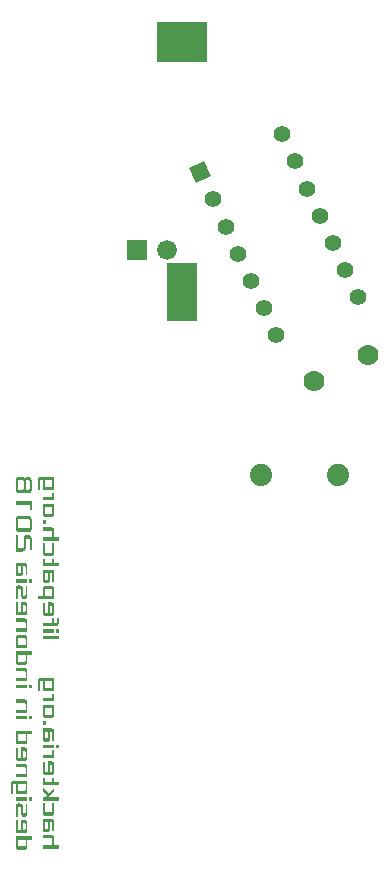
<source format=gbl>
G04 ---------------------------- Layer name :BOTTOM LAYER*
G04 easyEDA 0.1*
G04 Scale: 100 percent, Rotated: No, Reflected: No *
G04 Dimensions in inches *
G04 leading zeros omitted , absolute positions ,2 integer and 4 * 
%FSLAX24Y24*%
%MOIN*%
G90*
G70D02*

%ADD10C,0.010000*%
%ADD12R,0.165354X0.137795*%
%ADD13R,0.098425X0.196850*%
%ADD14C,0.078740*%
%ADD16R,0.066000X0.066000*%
%ADD17C,0.066000*%
%ADD19C,0.070000*%
%ADD22C,0.055000*%
%ADD24C,0.074000*%

%LPD*%
G54D10*
G01X6319Y31650D02*
G01X6319Y31650D01*
G01X6319Y23400D02*
G01X6319Y23400D01*

%LPD*%
G36*
G01X2195Y11684D02*
G01X1667Y11684D01*
G01X1667Y11796D01*
G01X2195Y11796D01*
G01X2195Y11684D01*
G37*
G36*
G01X2051Y11900D02*
G01X1667Y11900D01*
G01X1667Y12011D01*
G01X2051Y12011D01*
G01X2051Y11900D01*
G37*
G36*
G01X2195Y11900D02*
G01X2115Y11900D01*
G01X2115Y12011D01*
G01X2195Y12011D01*
G01X2195Y11900D01*
G37*
G36*
G01X2107Y12115D02*
G01X1667Y12115D01*
G01X1667Y12228D01*
G01X1991Y12228D01*
G01X1991Y12380D01*
G01X2051Y12380D01*
G01X2051Y12228D01*
G01X2115Y12228D01*
G01X2115Y12228D01*
G01X2124Y12229D01*
G01X2130Y12234D01*
G01X2134Y12243D01*
G01X2135Y12255D01*
G01X2135Y12380D01*
G01X2195Y12380D01*
G01X2195Y12236D01*
G01X2195Y12236D01*
G01X2194Y12209D01*
G01X2190Y12185D01*
G01X2183Y12164D01*
G01X2174Y12147D01*
G01X2162Y12133D01*
G01X2147Y12124D01*
G01X2128Y12118D01*
G01X2107Y12115D01*
G37*
G36*
G01X1963Y12459D02*
G01X1755Y12459D01*
G01X1755Y12459D01*
G01X1734Y12462D01*
G01X1716Y12468D01*
G01X1701Y12477D01*
G01X1689Y12491D01*
G01X1680Y12508D01*
G01X1673Y12529D01*
G01X1669Y12553D01*
G01X1667Y12580D01*
G01X1667Y12892D01*
G01X1727Y12892D01*
G01X1727Y12600D01*
G01X1727Y12600D01*
G01X1729Y12587D01*
G01X1733Y12578D01*
G01X1739Y12573D01*
G01X1747Y12571D01*
G01X1847Y12571D01*
G01X1847Y12907D01*
G01X1963Y12907D01*
G01X1963Y12907D01*
G01X1984Y12905D01*
G01X2003Y12899D01*
G01X2018Y12890D01*
G01X2030Y12876D01*
G01X2039Y12859D01*
G01X2046Y12838D01*
G01X2050Y12814D01*
G01X2051Y12788D01*
G01X2051Y12580D01*
G01X2051Y12580D01*
G01X2050Y12553D01*
G01X2046Y12529D01*
G01X2039Y12508D01*
G01X2030Y12491D01*
G01X2018Y12477D01*
G01X2003Y12468D01*
G01X1984Y12462D01*
G01X1963Y12459D01*
G37*
G36*
G01X2051Y13011D02*
G01X1499Y13011D01*
G01X1499Y13123D01*
G01X1667Y13123D01*
G01X1667Y13340D01*
G01X1667Y13340D01*
G01X1669Y13366D01*
G01X1673Y13390D01*
G01X1680Y13411D01*
G01X1689Y13428D01*
G01X1701Y13442D01*
G01X1716Y13451D01*
G01X1734Y13457D01*
G01X1755Y13459D01*
G01X1963Y13459D01*
G01X1963Y13459D01*
G01X1984Y13457D01*
G01X2003Y13451D01*
G01X2018Y13442D01*
G01X2030Y13428D01*
G01X2039Y13411D01*
G01X2046Y13390D01*
G01X2050Y13366D01*
G01X2051Y13340D01*
G01X2051Y13011D01*
G37*
G36*
G01X1819Y13555D02*
G01X1755Y13555D01*
G01X1755Y13555D01*
G01X1734Y13558D01*
G01X1716Y13564D01*
G01X1701Y13573D01*
G01X1689Y13587D01*
G01X1680Y13604D01*
G01X1673Y13625D01*
G01X1669Y13649D01*
G01X1667Y13676D01*
G01X1667Y14003D01*
G01X1963Y14003D01*
G01X1963Y14003D01*
G01X1984Y14001D01*
G01X2003Y13995D01*
G01X2018Y13986D01*
G01X2030Y13972D01*
G01X2039Y13955D01*
G01X2046Y13934D01*
G01X2050Y13910D01*
G01X2051Y13884D01*
G01X2051Y13588D01*
G01X1991Y13588D01*
G01X1991Y13863D01*
G01X1991Y13863D01*
G01X1990Y13876D01*
G01X1986Y13885D01*
G01X1980Y13890D01*
G01X1971Y13892D01*
G01X1907Y13892D01*
G01X1907Y13676D01*
G01X1907Y13676D01*
G01X1906Y13649D01*
G01X1902Y13625D01*
G01X1895Y13604D01*
G01X1886Y13587D01*
G01X1874Y13573D01*
G01X1859Y13564D01*
G01X1840Y13558D01*
G01X1819Y13555D01*
G37*
G36*
G01X2195Y14107D02*
G01X1755Y14107D01*
G01X1755Y14107D01*
G01X1734Y14110D01*
G01X1716Y14116D01*
G01X1701Y14125D01*
G01X1689Y14139D01*
G01X1680Y14156D01*
G01X1673Y14177D01*
G01X1669Y14201D01*
G01X1667Y14228D01*
G01X1667Y14371D01*
G01X1727Y14371D01*
G01X1727Y14248D01*
G01X1727Y14248D01*
G01X1729Y14235D01*
G01X1733Y14226D01*
G01X1739Y14221D01*
G01X1747Y14219D01*
G01X1991Y14219D01*
G01X1991Y14371D01*
G01X2051Y14371D01*
G01X2051Y14219D01*
G01X2195Y14219D01*
G01X2195Y14107D01*
G37*
G36*
G01X1963Y14459D02*
G01X1755Y14459D01*
G01X1755Y14459D01*
G01X1734Y14462D01*
G01X1716Y14468D01*
G01X1701Y14477D01*
G01X1689Y14491D01*
G01X1680Y14508D01*
G01X1673Y14529D01*
G01X1669Y14553D01*
G01X1667Y14580D01*
G01X1667Y14876D01*
G01X1727Y14876D01*
G01X1727Y14600D01*
G01X1727Y14600D01*
G01X1729Y14587D01*
G01X1733Y14578D01*
G01X1739Y14573D01*
G01X1747Y14571D01*
G01X1971Y14571D01*
G01X1971Y14571D01*
G01X1980Y14573D01*
G01X1986Y14578D01*
G01X1990Y14587D01*
G01X1991Y14600D01*
G01X1991Y14876D01*
G01X2051Y14876D01*
G01X2051Y14580D01*
G01X2051Y14580D01*
G01X2050Y14553D01*
G01X2046Y14529D01*
G01X2039Y14508D01*
G01X2030Y14491D01*
G01X2018Y14477D01*
G01X2003Y14468D01*
G01X1984Y14462D01*
G01X1963Y14459D01*
G37*
G36*
G01X2195Y14963D02*
G01X1667Y14963D01*
G01X1667Y15076D01*
G01X1991Y15076D01*
G01X1991Y15271D01*
G01X1991Y15271D01*
G01X1990Y15284D01*
G01X1986Y15293D01*
G01X1980Y15298D01*
G01X1971Y15300D01*
G01X1667Y15300D01*
G01X1667Y15411D01*
G01X1963Y15411D01*
G01X1963Y15411D01*
G01X1984Y15409D01*
G01X2003Y15403D01*
G01X2018Y15394D01*
G01X2030Y15380D01*
G01X2039Y15363D01*
G01X2046Y15342D01*
G01X2050Y15318D01*
G01X2051Y15292D01*
G01X2051Y15076D01*
G01X2195Y15076D01*
G01X2195Y14963D01*
G37*
G36*
G01X1763Y15523D02*
G01X1667Y15523D01*
G01X1667Y15644D01*
G01X1763Y15644D01*
G01X1763Y15523D01*
G37*
G36*
G01X1963Y15755D02*
G01X1755Y15755D01*
G01X1755Y15755D01*
G01X1734Y15758D01*
G01X1716Y15764D01*
G01X1701Y15773D01*
G01X1689Y15787D01*
G01X1680Y15804D01*
G01X1673Y15825D01*
G01X1669Y15849D01*
G01X1667Y15876D01*
G01X1667Y16084D01*
G01X1667Y16084D01*
G01X1669Y16110D01*
G01X1673Y16134D01*
G01X1680Y16155D01*
G01X1689Y16172D01*
G01X1701Y16186D01*
G01X1716Y16195D01*
G01X1734Y16201D01*
G01X1755Y16203D01*
G01X1963Y16203D01*
G01X1963Y16203D01*
G01X1984Y16201D01*
G01X2003Y16195D01*
G01X2018Y16186D01*
G01X2030Y16172D01*
G01X2039Y16155D01*
G01X2046Y16134D01*
G01X2050Y16110D01*
G01X2051Y16084D01*
G01X2051Y15876D01*
G01X2051Y15876D01*
G01X2050Y15849D01*
G01X2046Y15825D01*
G01X2039Y15804D01*
G01X2030Y15787D01*
G01X2018Y15773D01*
G01X2003Y15764D01*
G01X1984Y15758D01*
G01X1963Y15755D01*
G37*
G36*
G01X1963Y16307D02*
G01X1667Y16307D01*
G01X1667Y16419D01*
G01X1971Y16419D01*
G01X1971Y16419D01*
G01X1980Y16421D01*
G01X1986Y16426D01*
G01X1990Y16435D01*
G01X1991Y16448D01*
G01X1991Y16571D01*
G01X2051Y16571D01*
G01X2051Y16428D01*
G01X2051Y16428D01*
G01X2050Y16401D01*
G01X2046Y16377D01*
G01X2039Y16356D01*
G01X2030Y16339D01*
G01X2018Y16325D01*
G01X2003Y16316D01*
G01X1984Y16310D01*
G01X1963Y16307D01*
G37*
G36*
G01X1963Y16652D02*
G01X1755Y16652D01*
G01X1755Y16652D01*
G01X1734Y16654D01*
G01X1716Y16660D01*
G01X1701Y16669D01*
G01X1689Y16683D01*
G01X1680Y16700D01*
G01X1673Y16721D01*
G01X1669Y16745D01*
G01X1667Y16771D01*
G01X1667Y16988D01*
G01X1587Y16988D01*
G01X1587Y16988D01*
G01X1575Y16985D01*
G01X1566Y16977D01*
G01X1561Y16966D01*
G01X1559Y16952D01*
G01X1559Y16667D01*
G01X1499Y16667D01*
G01X1499Y16980D01*
G01X1499Y16980D01*
G01X1501Y17006D01*
G01X1505Y17030D01*
G01X1512Y17051D01*
G01X1521Y17068D01*
G01X1533Y17082D01*
G01X1548Y17091D01*
G01X1566Y17097D01*
G01X1587Y17100D01*
G01X2051Y17100D01*
G01X2051Y16771D01*
G01X2051Y16771D01*
G01X2050Y16745D01*
G01X2046Y16721D01*
G01X2039Y16700D01*
G01X2030Y16683D01*
G01X2018Y16669D01*
G01X2003Y16660D01*
G01X1984Y16654D01*
G01X1963Y16652D01*
G37*

%LPC*%
G36*
G01X1907Y12796D02*
G01X1907Y12571D01*
G01X1971Y12571D01*
G01X1971Y12571D01*
G01X1980Y12573D01*
G01X1986Y12578D01*
G01X1990Y12587D01*
G01X1991Y12600D01*
G01X1991Y12767D01*
G01X1991Y12767D01*
G01X1990Y12780D01*
G01X1986Y12789D01*
G01X1980Y12794D01*
G01X1971Y12796D01*
G01X1907Y12796D01*
G37*
G36*
G01X1727Y13319D02*
G01X1727Y13123D01*
G01X1991Y13123D01*
G01X1991Y13319D01*
G01X1991Y13319D01*
G01X1990Y13332D01*
G01X1986Y13341D01*
G01X1980Y13346D01*
G01X1971Y13348D01*
G01X1747Y13348D01*
G01X1747Y13348D01*
G01X1739Y13346D01*
G01X1733Y13341D01*
G01X1729Y13332D01*
G01X1727Y13319D01*
G37*
G36*
G01X1747Y13667D02*
G01X1747Y13667D01*
G01X1827Y13667D01*
G01X1827Y13667D01*
G01X1836Y13669D01*
G01X1842Y13674D01*
G01X1846Y13683D01*
G01X1847Y13696D01*
G01X1847Y13892D01*
G01X1727Y13892D01*
G01X1727Y13696D01*
G01X1727Y13696D01*
G01X1729Y13683D01*
G01X1733Y13674D01*
G01X1739Y13669D01*
G01X1747Y13667D01*
G37*
G36*
G01X1747Y15867D02*
G01X1747Y15867D01*
G01X1971Y15867D01*
G01X1971Y15867D01*
G01X1980Y15869D01*
G01X1986Y15874D01*
G01X1990Y15883D01*
G01X1991Y15896D01*
G01X1991Y16063D01*
G01X1991Y16063D01*
G01X1990Y16076D01*
G01X1986Y16085D01*
G01X1980Y16090D01*
G01X1971Y16092D01*
G01X1747Y16092D01*
G01X1747Y16092D01*
G01X1739Y16090D01*
G01X1733Y16085D01*
G01X1729Y16076D01*
G01X1727Y16063D01*
G01X1727Y15896D01*
G01X1727Y15896D01*
G01X1729Y15883D01*
G01X1733Y15874D01*
G01X1739Y15869D01*
G01X1747Y15867D01*
G37*
G36*
G01X1747Y16763D02*
G01X1747Y16763D01*
G01X1971Y16763D01*
G01X1971Y16763D01*
G01X1980Y16765D01*
G01X1986Y16770D01*
G01X1990Y16779D01*
G01X1991Y16792D01*
G01X1991Y16988D01*
G01X1727Y16988D01*
G01X1727Y16792D01*
G01X1727Y16792D01*
G01X1729Y16779D01*
G01X1733Y16770D01*
G01X1739Y16765D01*
G01X1747Y16763D01*
G37*

%LPD*%

%LPD*%
G36*
G01X2195Y4703D02*
G01X1667Y4703D01*
G01X1667Y4815D01*
G01X1991Y4815D01*
G01X1991Y5011D01*
G01X1991Y5011D01*
G01X1990Y5024D01*
G01X1986Y5033D01*
G01X1980Y5038D01*
G01X1971Y5040D01*
G01X1667Y5040D01*
G01X1667Y5151D01*
G01X1963Y5151D01*
G01X1963Y5151D01*
G01X1984Y5149D01*
G01X2003Y5143D01*
G01X2018Y5134D01*
G01X2030Y5120D01*
G01X2039Y5103D01*
G01X2046Y5082D01*
G01X2050Y5058D01*
G01X2051Y5032D01*
G01X2051Y4815D01*
G01X2195Y4815D01*
G01X2195Y4703D01*
G37*
G36*
G01X1819Y5248D02*
G01X1755Y5248D01*
G01X1755Y5248D01*
G01X1734Y5250D01*
G01X1716Y5256D01*
G01X1701Y5265D01*
G01X1689Y5279D01*
G01X1680Y5296D01*
G01X1673Y5317D01*
G01X1669Y5341D01*
G01X1667Y5367D01*
G01X1667Y5696D01*
G01X1963Y5696D01*
G01X1963Y5696D01*
G01X1984Y5693D01*
G01X2003Y5687D01*
G01X2018Y5678D01*
G01X2030Y5664D01*
G01X2039Y5647D01*
G01X2046Y5626D01*
G01X2050Y5602D01*
G01X2051Y5576D01*
G01X2051Y5280D01*
G01X1991Y5280D01*
G01X1991Y5555D01*
G01X1991Y5555D01*
G01X1990Y5568D01*
G01X1986Y5577D01*
G01X1980Y5582D01*
G01X1971Y5584D01*
G01X1907Y5584D01*
G01X1907Y5367D01*
G01X1907Y5367D01*
G01X1906Y5341D01*
G01X1902Y5317D01*
G01X1895Y5296D01*
G01X1886Y5279D01*
G01X1874Y5265D01*
G01X1859Y5256D01*
G01X1840Y5250D01*
G01X1819Y5248D01*
G37*
G36*
G01X1963Y5800D02*
G01X1755Y5800D01*
G01X1755Y5800D01*
G01X1734Y5802D01*
G01X1716Y5808D01*
G01X1701Y5817D01*
G01X1689Y5831D01*
G01X1680Y5848D01*
G01X1673Y5869D01*
G01X1669Y5893D01*
G01X1667Y5919D01*
G01X1667Y6215D01*
G01X1727Y6215D01*
G01X1727Y5940D01*
G01X1727Y5940D01*
G01X1729Y5927D01*
G01X1733Y5918D01*
G01X1739Y5913D01*
G01X1747Y5911D01*
G01X1971Y5911D01*
G01X1971Y5911D01*
G01X1980Y5913D01*
G01X1986Y5918D01*
G01X1990Y5927D01*
G01X1991Y5940D01*
G01X1991Y6215D01*
G01X2051Y6215D01*
G01X2051Y5919D01*
G01X2051Y5919D01*
G01X2050Y5893D01*
G01X2046Y5869D01*
G01X2039Y5848D01*
G01X2030Y5831D01*
G01X2018Y5817D01*
G01X2003Y5808D01*
G01X1984Y5802D01*
G01X1963Y5800D01*
G37*
G36*
G01X2195Y6303D02*
G01X1667Y6303D01*
G01X1667Y6415D01*
G01X1731Y6415D01*
G01X1803Y6488D01*
G01X1667Y6623D01*
G01X1667Y6751D01*
G01X1867Y6551D01*
G01X2051Y6736D01*
G01X2051Y6607D01*
G01X1859Y6415D01*
G01X2195Y6415D01*
G01X2195Y6303D01*
G37*
G36*
G01X2195Y6807D02*
G01X1755Y6807D01*
G01X1755Y6807D01*
G01X1734Y6810D01*
G01X1716Y6816D01*
G01X1701Y6825D01*
G01X1689Y6839D01*
G01X1680Y6856D01*
G01X1673Y6877D01*
G01X1669Y6901D01*
G01X1667Y6928D01*
G01X1667Y7071D01*
G01X1727Y7071D01*
G01X1727Y6948D01*
G01X1727Y6948D01*
G01X1729Y6935D01*
G01X1733Y6926D01*
G01X1739Y6921D01*
G01X1747Y6919D01*
G01X1991Y6919D01*
G01X1991Y7071D01*
G01X2051Y7071D01*
G01X2051Y6919D01*
G01X2195Y6919D01*
G01X2195Y6807D01*
G37*
G36*
G01X1963Y7159D02*
G01X1755Y7159D01*
G01X1755Y7159D01*
G01X1734Y7162D01*
G01X1716Y7168D01*
G01X1701Y7177D01*
G01X1689Y7191D01*
G01X1680Y7208D01*
G01X1673Y7229D01*
G01X1669Y7253D01*
G01X1667Y7280D01*
G01X1667Y7592D01*
G01X1727Y7592D01*
G01X1727Y7300D01*
G01X1727Y7300D01*
G01X1729Y7287D01*
G01X1733Y7278D01*
G01X1739Y7273D01*
G01X1747Y7271D01*
G01X1847Y7271D01*
G01X1847Y7607D01*
G01X1963Y7607D01*
G01X1963Y7607D01*
G01X1984Y7605D01*
G01X2003Y7599D01*
G01X2018Y7590D01*
G01X2030Y7576D01*
G01X2039Y7559D01*
G01X2046Y7538D01*
G01X2050Y7514D01*
G01X2051Y7488D01*
G01X2051Y7280D01*
G01X2051Y7280D01*
G01X2050Y7253D01*
G01X2046Y7229D01*
G01X2039Y7208D01*
G01X2030Y7191D01*
G01X2018Y7177D01*
G01X2003Y7168D01*
G01X1984Y7162D01*
G01X1963Y7159D01*
G37*
G36*
G01X1963Y7711D02*
G01X1667Y7711D01*
G01X1667Y7823D01*
G01X1971Y7823D01*
G01X1971Y7823D01*
G01X1980Y7825D01*
G01X1986Y7830D01*
G01X1990Y7839D01*
G01X1991Y7851D01*
G01X1991Y7976D01*
G01X2051Y7976D01*
G01X2051Y7832D01*
G01X2051Y7832D01*
G01X2050Y7805D01*
G01X2046Y7781D01*
G01X2039Y7760D01*
G01X2030Y7743D01*
G01X2018Y7729D01*
G01X2003Y7720D01*
G01X1984Y7714D01*
G01X1963Y7711D01*
G37*
G36*
G01X2051Y8055D02*
G01X1667Y8055D01*
G01X1667Y8167D01*
G01X2051Y8167D01*
G01X2051Y8055D01*
G37*
G36*
G01X2195Y8055D02*
G01X2115Y8055D01*
G01X2115Y8167D01*
G01X2195Y8167D01*
G01X2195Y8055D01*
G37*
G36*
G01X1819Y8263D02*
G01X1755Y8263D01*
G01X1755Y8263D01*
G01X1734Y8266D01*
G01X1716Y8272D01*
G01X1701Y8281D01*
G01X1689Y8295D01*
G01X1680Y8312D01*
G01X1673Y8333D01*
G01X1669Y8357D01*
G01X1667Y8384D01*
G01X1667Y8711D01*
G01X1963Y8711D01*
G01X1963Y8711D01*
G01X1984Y8709D01*
G01X2003Y8703D01*
G01X2018Y8694D01*
G01X2030Y8680D01*
G01X2039Y8663D01*
G01X2046Y8642D01*
G01X2050Y8618D01*
G01X2051Y8592D01*
G01X2051Y8296D01*
G01X1991Y8296D01*
G01X1991Y8571D01*
G01X1991Y8571D01*
G01X1990Y8584D01*
G01X1986Y8593D01*
G01X1980Y8598D01*
G01X1971Y8600D01*
G01X1907Y8600D01*
G01X1907Y8384D01*
G01X1907Y8384D01*
G01X1906Y8357D01*
G01X1902Y8333D01*
G01X1895Y8312D01*
G01X1886Y8295D01*
G01X1874Y8281D01*
G01X1859Y8272D01*
G01X1840Y8266D01*
G01X1819Y8263D01*
G37*
G36*
G01X1763Y8823D02*
G01X1667Y8823D01*
G01X1667Y8944D01*
G01X1763Y8944D01*
G01X1763Y8823D01*
G37*
G36*
G01X1963Y9055D02*
G01X1755Y9055D01*
G01X1755Y9055D01*
G01X1734Y9058D01*
G01X1716Y9064D01*
G01X1701Y9073D01*
G01X1689Y9087D01*
G01X1680Y9104D01*
G01X1673Y9125D01*
G01X1669Y9149D01*
G01X1667Y9176D01*
G01X1667Y9384D01*
G01X1667Y9384D01*
G01X1669Y9410D01*
G01X1673Y9434D01*
G01X1680Y9455D01*
G01X1689Y9472D01*
G01X1701Y9486D01*
G01X1716Y9495D01*
G01X1734Y9501D01*
G01X1755Y9503D01*
G01X1963Y9503D01*
G01X1963Y9503D01*
G01X1984Y9501D01*
G01X2003Y9495D01*
G01X2018Y9486D01*
G01X2030Y9472D01*
G01X2039Y9455D01*
G01X2046Y9434D01*
G01X2050Y9410D01*
G01X2051Y9384D01*
G01X2051Y9176D01*
G01X2051Y9176D01*
G01X2050Y9149D01*
G01X2046Y9125D01*
G01X2039Y9104D01*
G01X2030Y9087D01*
G01X2018Y9073D01*
G01X2003Y9064D01*
G01X1984Y9058D01*
G01X1963Y9055D01*
G37*
G36*
G01X1963Y9607D02*
G01X1667Y9607D01*
G01X1667Y9719D01*
G01X1971Y9719D01*
G01X1971Y9719D01*
G01X1980Y9721D01*
G01X1986Y9726D01*
G01X1990Y9735D01*
G01X1991Y9748D01*
G01X1991Y9871D01*
G01X2051Y9871D01*
G01X2051Y9728D01*
G01X2051Y9728D01*
G01X2050Y9701D01*
G01X2046Y9677D01*
G01X2039Y9656D01*
G01X2030Y9639D01*
G01X2018Y9625D01*
G01X2003Y9616D01*
G01X1984Y9610D01*
G01X1963Y9607D01*
G37*
G36*
G01X1963Y9951D02*
G01X1755Y9951D01*
G01X1755Y9951D01*
G01X1734Y9954D01*
G01X1716Y9960D01*
G01X1701Y9969D01*
G01X1689Y9983D01*
G01X1680Y10000D01*
G01X1673Y10021D01*
G01X1669Y10045D01*
G01X1667Y10071D01*
G01X1667Y10288D01*
G01X1587Y10288D01*
G01X1587Y10288D01*
G01X1575Y10285D01*
G01X1566Y10277D01*
G01X1561Y10266D01*
G01X1559Y10251D01*
G01X1559Y9967D01*
G01X1499Y9967D01*
G01X1499Y10280D01*
G01X1499Y10280D01*
G01X1501Y10306D01*
G01X1505Y10330D01*
G01X1512Y10351D01*
G01X1521Y10368D01*
G01X1533Y10382D01*
G01X1548Y10391D01*
G01X1566Y10397D01*
G01X1587Y10400D01*
G01X2051Y10400D01*
G01X2051Y10071D01*
G01X2051Y10071D01*
G01X2050Y10045D01*
G01X2046Y10021D01*
G01X2039Y10000D01*
G01X2030Y9983D01*
G01X2018Y9969D01*
G01X2003Y9960D01*
G01X1984Y9954D01*
G01X1963Y9951D01*
G37*

%LPC*%
G36*
G01X1747Y5359D02*
G01X1747Y5359D01*
G01X1827Y5359D01*
G01X1827Y5359D01*
G01X1836Y5361D01*
G01X1842Y5366D01*
G01X1846Y5375D01*
G01X1847Y5388D01*
G01X1847Y5584D01*
G01X1727Y5584D01*
G01X1727Y5388D01*
G01X1727Y5388D01*
G01X1729Y5375D01*
G01X1733Y5366D01*
G01X1739Y5361D01*
G01X1747Y5359D01*
G37*
G36*
G01X1907Y7496D02*
G01X1907Y7271D01*
G01X1971Y7271D01*
G01X1971Y7271D01*
G01X1980Y7273D01*
G01X1986Y7278D01*
G01X1990Y7287D01*
G01X1991Y7300D01*
G01X1991Y7467D01*
G01X1991Y7467D01*
G01X1990Y7480D01*
G01X1986Y7489D01*
G01X1980Y7494D01*
G01X1971Y7496D01*
G01X1907Y7496D01*
G37*
G36*
G01X1747Y8376D02*
G01X1747Y8376D01*
G01X1827Y8376D01*
G01X1827Y8376D01*
G01X1836Y8377D01*
G01X1842Y8382D01*
G01X1846Y8391D01*
G01X1847Y8403D01*
G01X1847Y8600D01*
G01X1727Y8600D01*
G01X1727Y8403D01*
G01X1727Y8403D01*
G01X1729Y8391D01*
G01X1733Y8382D01*
G01X1739Y8377D01*
G01X1747Y8376D01*
G37*
G36*
G01X1747Y9167D02*
G01X1747Y9167D01*
G01X1971Y9167D01*
G01X1971Y9167D01*
G01X1980Y9169D01*
G01X1986Y9174D01*
G01X1990Y9183D01*
G01X1991Y9196D01*
G01X1991Y9363D01*
G01X1991Y9363D01*
G01X1990Y9376D01*
G01X1986Y9385D01*
G01X1980Y9390D01*
G01X1971Y9392D01*
G01X1747Y9392D01*
G01X1747Y9392D01*
G01X1739Y9390D01*
G01X1733Y9385D01*
G01X1729Y9376D01*
G01X1727Y9363D01*
G01X1727Y9196D01*
G01X1727Y9196D01*
G01X1729Y9183D01*
G01X1733Y9174D01*
G01X1739Y9169D01*
G01X1747Y9167D01*
G37*
G36*
G01X1747Y10063D02*
G01X1747Y10063D01*
G01X1971Y10063D01*
G01X1971Y10063D01*
G01X1980Y10065D01*
G01X1986Y10070D01*
G01X1990Y10079D01*
G01X1991Y10092D01*
G01X1991Y10288D01*
G01X1727Y10288D01*
G01X1727Y10092D01*
G01X1727Y10092D01*
G01X1729Y10079D01*
G01X1733Y10070D01*
G01X1739Y10065D01*
G01X1747Y10063D01*
G37*

%LPD*%

%LPD*%
G36*
G01X1063Y4664D02*
G01X855Y4664D01*
G01X855Y4664D01*
G01X834Y4666D01*
G01X816Y4672D01*
G01X801Y4681D01*
G01X789Y4695D01*
G01X780Y4712D01*
G01X773Y4733D01*
G01X769Y4757D01*
G01X767Y4784D01*
G01X767Y5112D01*
G01X1296Y5112D01*
G01X1296Y5000D01*
G01X1151Y5000D01*
G01X1151Y4784D01*
G01X1151Y4784D01*
G01X1150Y4757D01*
G01X1146Y4733D01*
G01X1139Y4712D01*
G01X1130Y4695D01*
G01X1118Y4681D01*
G01X1103Y4672D01*
G01X1085Y4666D01*
G01X1063Y4664D01*
G37*
G36*
G01X1063Y5216D02*
G01X855Y5216D01*
G01X855Y5216D01*
G01X834Y5218D01*
G01X816Y5224D01*
G01X801Y5233D01*
G01X789Y5247D01*
G01X780Y5264D01*
G01X773Y5285D01*
G01X769Y5309D01*
G01X767Y5336D01*
G01X767Y5648D01*
G01X828Y5648D01*
G01X828Y5356D01*
G01X828Y5356D01*
G01X829Y5343D01*
G01X833Y5334D01*
G01X839Y5329D01*
G01X848Y5328D01*
G01X948Y5328D01*
G01X948Y5664D01*
G01X1063Y5664D01*
G01X1063Y5664D01*
G01X1085Y5661D01*
G01X1103Y5655D01*
G01X1118Y5646D01*
G01X1130Y5632D01*
G01X1139Y5615D01*
G01X1146Y5594D01*
G01X1150Y5570D01*
G01X1151Y5544D01*
G01X1151Y5336D01*
G01X1151Y5336D01*
G01X1150Y5309D01*
G01X1146Y5285D01*
G01X1139Y5264D01*
G01X1130Y5247D01*
G01X1118Y5233D01*
G01X1103Y5224D01*
G01X1085Y5218D01*
G01X1063Y5216D01*
G37*
G36*
G01X828Y5760D02*
G01X767Y5760D01*
G01X767Y6088D01*
G01X767Y6088D01*
G01X769Y6114D01*
G01X773Y6138D01*
G01X780Y6159D01*
G01X789Y6176D01*
G01X801Y6190D01*
G01X816Y6199D01*
G01X834Y6205D01*
G01X855Y6208D01*
G01X919Y6208D01*
G01X919Y6208D01*
G01X941Y6205D01*
G01X959Y6199D01*
G01X974Y6190D01*
G01X986Y6176D01*
G01X995Y6159D01*
G01X1002Y6138D01*
G01X1006Y6114D01*
G01X1007Y6088D01*
G01X1007Y5900D01*
G01X1007Y5900D01*
G01X1009Y5887D01*
G01X1013Y5878D01*
G01X1019Y5873D01*
G01X1028Y5872D01*
G01X1071Y5872D01*
G01X1071Y5872D01*
G01X1080Y5873D01*
G01X1086Y5878D01*
G01X1090Y5887D01*
G01X1092Y5900D01*
G01X1092Y6176D01*
G01X1151Y6176D01*
G01X1151Y5880D01*
G01X1151Y5880D01*
G01X1150Y5853D01*
G01X1146Y5829D01*
G01X1139Y5808D01*
G01X1130Y5791D01*
G01X1118Y5777D01*
G01X1103Y5768D01*
G01X1085Y5762D01*
G01X1063Y5760D01*
G01X1036Y5760D01*
G01X1036Y5760D01*
G01X1014Y5762D01*
G01X996Y5768D01*
G01X981Y5777D01*
G01X969Y5791D01*
G01X960Y5808D01*
G01X953Y5829D01*
G01X949Y5853D01*
G01X948Y5880D01*
G01X948Y6068D01*
G01X948Y6068D01*
G01X946Y6080D01*
G01X942Y6089D01*
G01X936Y6094D01*
G01X928Y6096D01*
G01X848Y6096D01*
G01X848Y6096D01*
G01X839Y6094D01*
G01X833Y6089D01*
G01X829Y6080D01*
G01X828Y6068D01*
G01X828Y5760D01*
G37*
G36*
G01X1151Y6304D02*
G01X767Y6304D01*
G01X767Y6416D01*
G01X1151Y6416D01*
G01X1151Y6304D01*
G37*
G36*
G01X1296Y6304D02*
G01X1215Y6304D01*
G01X1215Y6416D01*
G01X1296Y6416D01*
G01X1296Y6304D01*
G37*
G36*
G01X1063Y6520D02*
G01X855Y6520D01*
G01X855Y6520D01*
G01X834Y6522D01*
G01X816Y6528D01*
G01X801Y6537D01*
G01X789Y6551D01*
G01X780Y6568D01*
G01X773Y6589D01*
G01X769Y6613D01*
G01X767Y6640D01*
G01X767Y6856D01*
G01X688Y6856D01*
G01X688Y6856D01*
G01X675Y6853D01*
G01X666Y6845D01*
G01X661Y6834D01*
G01X659Y6820D01*
G01X659Y6536D01*
G01X600Y6536D01*
G01X600Y6848D01*
G01X600Y6848D01*
G01X601Y6874D01*
G01X605Y6898D01*
G01X612Y6919D01*
G01X621Y6936D01*
G01X633Y6950D01*
G01X648Y6959D01*
G01X666Y6965D01*
G01X688Y6968D01*
G01X1151Y6968D01*
G01X1151Y6640D01*
G01X1151Y6640D01*
G01X1150Y6613D01*
G01X1146Y6589D01*
G01X1139Y6568D01*
G01X1130Y6551D01*
G01X1118Y6537D01*
G01X1103Y6528D01*
G01X1085Y6522D01*
G01X1063Y6520D01*
G37*
G36*
G01X1151Y7072D02*
G01X767Y7072D01*
G01X767Y7184D01*
G01X1092Y7184D01*
G01X1092Y7380D01*
G01X1092Y7380D01*
G01X1090Y7392D01*
G01X1086Y7401D01*
G01X1080Y7406D01*
G01X1071Y7408D01*
G01X767Y7408D01*
G01X767Y7520D01*
G01X1063Y7520D01*
G01X1063Y7520D01*
G01X1085Y7517D01*
G01X1103Y7511D01*
G01X1118Y7502D01*
G01X1130Y7488D01*
G01X1139Y7471D01*
G01X1146Y7450D01*
G01X1150Y7426D01*
G01X1151Y7400D01*
G01X1151Y7072D01*
G37*
G36*
G01X1063Y7624D02*
G01X855Y7624D01*
G01X855Y7624D01*
G01X834Y7626D01*
G01X816Y7632D01*
G01X801Y7641D01*
G01X789Y7655D01*
G01X780Y7672D01*
G01X773Y7693D01*
G01X769Y7717D01*
G01X767Y7744D01*
G01X767Y8056D01*
G01X828Y8056D01*
G01X828Y7764D01*
G01X828Y7764D01*
G01X829Y7751D01*
G01X833Y7742D01*
G01X839Y7737D01*
G01X848Y7736D01*
G01X948Y7736D01*
G01X948Y8072D01*
G01X1063Y8072D01*
G01X1063Y8072D01*
G01X1085Y8069D01*
G01X1103Y8063D01*
G01X1118Y8054D01*
G01X1130Y8040D01*
G01X1139Y8023D01*
G01X1146Y8002D01*
G01X1150Y7978D01*
G01X1151Y7952D01*
G01X1151Y7744D01*
G01X1151Y7744D01*
G01X1150Y7717D01*
G01X1146Y7693D01*
G01X1139Y7672D01*
G01X1130Y7655D01*
G01X1118Y7641D01*
G01X1103Y7632D01*
G01X1085Y7626D01*
G01X1063Y7624D01*
G37*
G36*
G01X1063Y8176D02*
G01X855Y8176D01*
G01X855Y8176D01*
G01X834Y8178D01*
G01X816Y8184D01*
G01X801Y8193D01*
G01X789Y8207D01*
G01X780Y8224D01*
G01X773Y8245D01*
G01X769Y8269D01*
G01X767Y8296D01*
G01X767Y8624D01*
G01X1296Y8624D01*
G01X1296Y8512D01*
G01X1151Y8512D01*
G01X1151Y8296D01*
G01X1151Y8296D01*
G01X1150Y8269D01*
G01X1146Y8245D01*
G01X1139Y8224D01*
G01X1130Y8207D01*
G01X1118Y8193D01*
G01X1103Y8184D01*
G01X1085Y8178D01*
G01X1063Y8176D01*
G37*
G36*
G01X1151Y9008D02*
G01X767Y9008D01*
G01X767Y9120D01*
G01X1151Y9120D01*
G01X1151Y9008D01*
G37*
G36*
G01X1296Y9008D02*
G01X1215Y9008D01*
G01X1215Y9120D01*
G01X1296Y9120D01*
G01X1296Y9008D01*
G37*
G36*
G01X1151Y9224D02*
G01X767Y9224D01*
G01X767Y9336D01*
G01X1092Y9336D01*
G01X1092Y9532D01*
G01X1092Y9532D01*
G01X1090Y9544D01*
G01X1086Y9553D01*
G01X1080Y9558D01*
G01X1071Y9560D01*
G01X767Y9560D01*
G01X767Y9672D01*
G01X1063Y9672D01*
G01X1063Y9672D01*
G01X1085Y9669D01*
G01X1103Y9663D01*
G01X1118Y9654D01*
G01X1130Y9640D01*
G01X1139Y9623D01*
G01X1146Y9602D01*
G01X1150Y9578D01*
G01X1151Y9552D01*
G01X1151Y9224D01*
G37*
G36*
G01X1151Y10056D02*
G01X767Y10056D01*
G01X767Y10168D01*
G01X1151Y10168D01*
G01X1151Y10056D01*
G37*
G36*
G01X1296Y10056D02*
G01X1215Y10056D01*
G01X1215Y10168D01*
G01X1296Y10168D01*
G01X1296Y10056D01*
G37*
G36*
G01X1151Y10272D02*
G01X767Y10272D01*
G01X767Y10384D01*
G01X1092Y10384D01*
G01X1092Y10580D01*
G01X1092Y10580D01*
G01X1090Y10592D01*
G01X1086Y10601D01*
G01X1080Y10606D01*
G01X1071Y10608D01*
G01X767Y10608D01*
G01X767Y10720D01*
G01X1063Y10720D01*
G01X1063Y10720D01*
G01X1085Y10717D01*
G01X1103Y10711D01*
G01X1118Y10702D01*
G01X1130Y10688D01*
G01X1139Y10671D01*
G01X1146Y10650D01*
G01X1150Y10626D01*
G01X1151Y10600D01*
G01X1151Y10272D01*
G37*
G36*
G01X1063Y10824D02*
G01X855Y10824D01*
G01X855Y10824D01*
G01X834Y10826D01*
G01X816Y10832D01*
G01X801Y10841D01*
G01X789Y10855D01*
G01X780Y10872D01*
G01X773Y10893D01*
G01X769Y10917D01*
G01X767Y10944D01*
G01X767Y11272D01*
G01X1296Y11272D01*
G01X1296Y11160D01*
G01X1151Y11160D01*
G01X1151Y10944D01*
G01X1151Y10944D01*
G01X1150Y10917D01*
G01X1146Y10893D01*
G01X1139Y10872D01*
G01X1130Y10855D01*
G01X1118Y10841D01*
G01X1103Y10832D01*
G01X1085Y10826D01*
G01X1063Y10824D01*
G37*
G36*
G01X1063Y11376D02*
G01X855Y11376D01*
G01X855Y11376D01*
G01X834Y11378D01*
G01X816Y11384D01*
G01X801Y11393D01*
G01X789Y11407D01*
G01X780Y11424D01*
G01X773Y11445D01*
G01X769Y11469D01*
G01X767Y11496D01*
G01X767Y11704D01*
G01X767Y11704D01*
G01X769Y11730D01*
G01X773Y11754D01*
G01X780Y11775D01*
G01X789Y11792D01*
G01X801Y11806D01*
G01X816Y11815D01*
G01X834Y11821D01*
G01X855Y11824D01*
G01X1063Y11824D01*
G01X1063Y11824D01*
G01X1085Y11821D01*
G01X1103Y11815D01*
G01X1118Y11806D01*
G01X1130Y11792D01*
G01X1139Y11775D01*
G01X1146Y11754D01*
G01X1150Y11730D01*
G01X1151Y11704D01*
G01X1151Y11496D01*
G01X1151Y11496D01*
G01X1150Y11469D01*
G01X1146Y11445D01*
G01X1139Y11424D01*
G01X1130Y11407D01*
G01X1118Y11393D01*
G01X1103Y11384D01*
G01X1085Y11378D01*
G01X1063Y11376D01*
G37*
G36*
G01X1151Y11928D02*
G01X767Y11928D01*
G01X767Y12040D01*
G01X1092Y12040D01*
G01X1092Y12236D01*
G01X1092Y12236D01*
G01X1090Y12248D01*
G01X1086Y12257D01*
G01X1080Y12262D01*
G01X1071Y12264D01*
G01X767Y12264D01*
G01X767Y12376D01*
G01X1063Y12376D01*
G01X1063Y12376D01*
G01X1085Y12373D01*
G01X1103Y12367D01*
G01X1118Y12358D01*
G01X1130Y12344D01*
G01X1139Y12327D01*
G01X1146Y12306D01*
G01X1150Y12282D01*
G01X1151Y12256D01*
G01X1151Y11928D01*
G37*
G36*
G01X1063Y12480D02*
G01X855Y12480D01*
G01X855Y12480D01*
G01X834Y12482D01*
G01X816Y12488D01*
G01X801Y12497D01*
G01X789Y12511D01*
G01X780Y12528D01*
G01X773Y12549D01*
G01X769Y12573D01*
G01X767Y12600D01*
G01X767Y12912D01*
G01X828Y12912D01*
G01X828Y12620D01*
G01X828Y12620D01*
G01X829Y12607D01*
G01X833Y12598D01*
G01X839Y12593D01*
G01X848Y12592D01*
G01X948Y12592D01*
G01X948Y12928D01*
G01X1063Y12928D01*
G01X1063Y12928D01*
G01X1085Y12925D01*
G01X1103Y12919D01*
G01X1118Y12910D01*
G01X1130Y12896D01*
G01X1139Y12879D01*
G01X1146Y12858D01*
G01X1150Y12834D01*
G01X1151Y12808D01*
G01X1151Y12600D01*
G01X1151Y12600D01*
G01X1150Y12573D01*
G01X1146Y12549D01*
G01X1139Y12528D01*
G01X1130Y12511D01*
G01X1118Y12497D01*
G01X1103Y12488D01*
G01X1085Y12482D01*
G01X1063Y12480D01*
G37*
G36*
G01X828Y13024D02*
G01X767Y13024D01*
G01X767Y13352D01*
G01X767Y13352D01*
G01X769Y13378D01*
G01X773Y13402D01*
G01X780Y13423D01*
G01X789Y13440D01*
G01X801Y13454D01*
G01X816Y13463D01*
G01X834Y13469D01*
G01X855Y13472D01*
G01X919Y13472D01*
G01X919Y13472D01*
G01X941Y13469D01*
G01X959Y13463D01*
G01X974Y13454D01*
G01X986Y13440D01*
G01X995Y13423D01*
G01X1002Y13402D01*
G01X1006Y13378D01*
G01X1007Y13352D01*
G01X1007Y13164D01*
G01X1007Y13164D01*
G01X1009Y13151D01*
G01X1013Y13142D01*
G01X1019Y13137D01*
G01X1028Y13136D01*
G01X1071Y13136D01*
G01X1071Y13136D01*
G01X1080Y13137D01*
G01X1086Y13142D01*
G01X1090Y13151D01*
G01X1092Y13164D01*
G01X1092Y13440D01*
G01X1151Y13440D01*
G01X1151Y13144D01*
G01X1151Y13144D01*
G01X1150Y13117D01*
G01X1146Y13093D01*
G01X1139Y13072D01*
G01X1130Y13055D01*
G01X1118Y13041D01*
G01X1103Y13032D01*
G01X1085Y13026D01*
G01X1063Y13024D01*
G01X1036Y13024D01*
G01X1036Y13024D01*
G01X1014Y13026D01*
G01X996Y13032D01*
G01X981Y13041D01*
G01X969Y13055D01*
G01X960Y13072D01*
G01X953Y13093D01*
G01X949Y13117D01*
G01X948Y13144D01*
G01X948Y13332D01*
G01X948Y13332D01*
G01X946Y13344D01*
G01X942Y13353D01*
G01X936Y13358D01*
G01X928Y13360D01*
G01X848Y13360D01*
G01X848Y13360D01*
G01X839Y13358D01*
G01X833Y13353D01*
G01X829Y13344D01*
G01X828Y13332D01*
G01X828Y13024D01*
G37*
G36*
G01X1151Y13568D02*
G01X767Y13568D01*
G01X767Y13680D01*
G01X1151Y13680D01*
G01X1151Y13568D01*
G37*
G36*
G01X1296Y13568D02*
G01X1215Y13568D01*
G01X1215Y13680D01*
G01X1296Y13680D01*
G01X1296Y13568D01*
G37*
G36*
G01X919Y13776D02*
G01X855Y13776D01*
G01X855Y13776D01*
G01X834Y13778D01*
G01X816Y13784D01*
G01X801Y13793D01*
G01X789Y13807D01*
G01X780Y13824D01*
G01X773Y13845D01*
G01X769Y13869D01*
G01X767Y13896D01*
G01X767Y14224D01*
G01X1063Y14224D01*
G01X1063Y14224D01*
G01X1085Y14221D01*
G01X1103Y14215D01*
G01X1118Y14206D01*
G01X1130Y14192D01*
G01X1139Y14175D01*
G01X1146Y14154D01*
G01X1150Y14130D01*
G01X1151Y14104D01*
G01X1151Y13808D01*
G01X1092Y13808D01*
G01X1092Y14084D01*
G01X1092Y14084D01*
G01X1090Y14096D01*
G01X1086Y14105D01*
G01X1080Y14110D01*
G01X1071Y14112D01*
G01X1007Y14112D01*
G01X1007Y13896D01*
G01X1007Y13896D01*
G01X1006Y13869D01*
G01X1002Y13845D01*
G01X995Y13824D01*
G01X986Y13807D01*
G01X974Y13793D01*
G01X959Y13784D01*
G01X941Y13778D01*
G01X919Y13776D01*
G37*
G36*
G01X1000Y14604D02*
G01X767Y14604D01*
G01X767Y15156D01*
G01X836Y15156D01*
G01X836Y14724D01*
G01X1003Y14724D01*
G01X1003Y14724D01*
G01X1014Y14726D01*
G01X1021Y14732D01*
G01X1026Y14742D01*
G01X1028Y14756D01*
G01X1028Y15028D01*
G01X1028Y15028D01*
G01X1029Y15056D01*
G01X1034Y15081D01*
G01X1041Y15103D01*
G01X1051Y15122D01*
G01X1065Y15136D01*
G01X1081Y15147D01*
G01X1101Y15153D01*
G01X1123Y15156D01*
G01X1200Y15156D01*
G01X1200Y15156D01*
G01X1222Y15153D01*
G01X1241Y15147D01*
G01X1258Y15136D01*
G01X1272Y15122D01*
G01X1282Y15103D01*
G01X1289Y15081D01*
G01X1294Y15056D01*
G01X1296Y15028D01*
G01X1296Y14644D01*
G01X1228Y14644D01*
G01X1228Y15004D01*
G01X1228Y15004D01*
G01X1226Y15017D01*
G01X1222Y15027D01*
G01X1214Y15033D01*
G01X1203Y15036D01*
G01X1119Y15036D01*
G01X1119Y15036D01*
G01X1109Y15033D01*
G01X1101Y15027D01*
G01X1097Y15017D01*
G01X1096Y15004D01*
G01X1096Y14732D01*
G01X1096Y14732D01*
G01X1094Y14703D01*
G01X1090Y14678D01*
G01X1082Y14656D01*
G01X1072Y14638D01*
G01X1058Y14623D01*
G01X1042Y14612D01*
G01X1022Y14606D01*
G01X1000Y14604D01*
G37*
G36*
G01X1200Y15252D02*
G01X863Y15252D01*
G01X863Y15252D01*
G01X841Y15254D01*
G01X821Y15260D01*
G01X805Y15271D01*
G01X792Y15286D01*
G01X781Y15304D01*
G01X773Y15326D01*
G01X769Y15351D01*
G01X767Y15380D01*
G01X767Y15676D01*
G01X767Y15676D01*
G01X769Y15704D01*
G01X774Y15729D01*
G01X781Y15751D01*
G01X792Y15770D01*
G01X805Y15784D01*
G01X821Y15795D01*
G01X841Y15801D01*
G01X863Y15804D01*
G01X1200Y15804D01*
G01X1200Y15804D01*
G01X1222Y15801D01*
G01X1241Y15795D01*
G01X1258Y15784D01*
G01X1272Y15770D01*
G01X1282Y15751D01*
G01X1289Y15729D01*
G01X1294Y15704D01*
G01X1296Y15676D01*
G01X1296Y15380D01*
G01X1296Y15380D01*
G01X1294Y15351D01*
G01X1290Y15326D01*
G01X1282Y15304D01*
G01X1272Y15286D01*
G01X1258Y15271D01*
G01X1242Y15260D01*
G01X1222Y15254D01*
G01X1200Y15252D01*
G37*
G36*
G01X1296Y16004D02*
G01X1228Y16004D01*
G01X1228Y16164D01*
G01X767Y16164D01*
G01X767Y16284D01*
G01X1296Y16284D01*
G01X1296Y16004D01*
G37*
G36*
G01X980Y16548D02*
G01X863Y16548D01*
G01X863Y16548D01*
G01X841Y16550D01*
G01X821Y16556D01*
G01X805Y16567D01*
G01X792Y16582D01*
G01X781Y16600D01*
G01X773Y16622D01*
G01X769Y16647D01*
G01X767Y16676D01*
G01X767Y16972D01*
G01X767Y16972D01*
G01X769Y17000D01*
G01X774Y17025D01*
G01X781Y17047D01*
G01X792Y17066D01*
G01X805Y17080D01*
G01X821Y17091D01*
G01X841Y17097D01*
G01X863Y17100D01*
G01X980Y17100D01*
G01X980Y17100D01*
G01X1011Y17095D01*
G01X1035Y17082D01*
G01X1052Y17062D01*
G01X1063Y17040D01*
G01X1063Y17040D01*
G01X1075Y17062D01*
G01X1092Y17082D01*
G01X1116Y17095D01*
G01X1148Y17100D01*
G01X1200Y17100D01*
G01X1200Y17100D01*
G01X1222Y17097D01*
G01X1241Y17091D01*
G01X1258Y17080D01*
G01X1272Y17066D01*
G01X1282Y17047D01*
G01X1289Y17025D01*
G01X1294Y17000D01*
G01X1296Y16972D01*
G01X1296Y16676D01*
G01X1296Y16676D01*
G01X1294Y16647D01*
G01X1290Y16622D01*
G01X1282Y16600D01*
G01X1272Y16582D01*
G01X1258Y16567D01*
G01X1242Y16556D01*
G01X1222Y16550D01*
G01X1200Y16548D01*
G01X1148Y16548D01*
G01X1148Y16548D01*
G01X1116Y16552D01*
G01X1092Y16566D01*
G01X1075Y16585D01*
G01X1063Y16608D01*
G01X1063Y16608D01*
G01X1052Y16585D01*
G01X1035Y16566D01*
G01X1011Y16552D01*
G01X980Y16548D01*
G37*

%LPC*%
G36*
G01X848Y4776D02*
G01X848Y4776D01*
G01X1071Y4776D01*
G01X1071Y4776D01*
G01X1080Y4777D01*
G01X1086Y4782D01*
G01X1090Y4791D01*
G01X1092Y4804D01*
G01X1092Y5000D01*
G01X828Y5000D01*
G01X828Y4804D01*
G01X828Y4804D01*
G01X829Y4791D01*
G01X833Y4782D01*
G01X839Y4777D01*
G01X848Y4776D01*
G37*
G36*
G01X1007Y5552D02*
G01X1007Y5328D01*
G01X1071Y5328D01*
G01X1071Y5328D01*
G01X1080Y5329D01*
G01X1086Y5334D01*
G01X1090Y5343D01*
G01X1092Y5356D01*
G01X1092Y5524D01*
G01X1092Y5524D01*
G01X1090Y5536D01*
G01X1086Y5545D01*
G01X1080Y5550D01*
G01X1071Y5552D01*
G01X1007Y5552D01*
G37*
G36*
G01X848Y6632D02*
G01X848Y6632D01*
G01X1071Y6632D01*
G01X1071Y6632D01*
G01X1080Y6633D01*
G01X1086Y6638D01*
G01X1090Y6647D01*
G01X1092Y6660D01*
G01X1092Y6856D01*
G01X828Y6856D01*
G01X828Y6660D01*
G01X828Y6660D01*
G01X829Y6647D01*
G01X833Y6638D01*
G01X839Y6633D01*
G01X848Y6632D01*
G37*
G36*
G01X1007Y7960D02*
G01X1007Y7736D01*
G01X1071Y7736D01*
G01X1071Y7736D01*
G01X1080Y7737D01*
G01X1086Y7742D01*
G01X1090Y7751D01*
G01X1092Y7764D01*
G01X1092Y7932D01*
G01X1092Y7932D01*
G01X1090Y7944D01*
G01X1086Y7953D01*
G01X1080Y7958D01*
G01X1071Y7960D01*
G01X1007Y7960D01*
G37*
G36*
G01X848Y8288D02*
G01X848Y8288D01*
G01X1071Y8288D01*
G01X1071Y8288D01*
G01X1080Y8289D01*
G01X1086Y8294D01*
G01X1090Y8303D01*
G01X1092Y8316D01*
G01X1092Y8512D01*
G01X828Y8512D01*
G01X828Y8316D01*
G01X828Y8316D01*
G01X829Y8303D01*
G01X833Y8294D01*
G01X839Y8289D01*
G01X848Y8288D01*
G37*
G36*
G01X848Y10936D02*
G01X848Y10936D01*
G01X1071Y10936D01*
G01X1071Y10936D01*
G01X1080Y10937D01*
G01X1086Y10942D01*
G01X1090Y10951D01*
G01X1092Y10964D01*
G01X1092Y11160D01*
G01X828Y11160D01*
G01X828Y10964D01*
G01X828Y10964D01*
G01X829Y10951D01*
G01X833Y10942D01*
G01X839Y10937D01*
G01X848Y10936D01*
G37*
G36*
G01X848Y11488D02*
G01X848Y11488D01*
G01X1071Y11488D01*
G01X1071Y11488D01*
G01X1080Y11489D01*
G01X1086Y11494D01*
G01X1090Y11503D01*
G01X1092Y11516D01*
G01X1092Y11684D01*
G01X1092Y11684D01*
G01X1090Y11696D01*
G01X1086Y11705D01*
G01X1080Y11710D01*
G01X1071Y11712D01*
G01X848Y11712D01*
G01X848Y11712D01*
G01X839Y11710D01*
G01X833Y11705D01*
G01X829Y11696D01*
G01X828Y11684D01*
G01X828Y11516D01*
G01X828Y11516D01*
G01X829Y11503D01*
G01X833Y11494D01*
G01X839Y11489D01*
G01X848Y11488D01*
G37*
G36*
G01X1007Y12816D02*
G01X1007Y12592D01*
G01X1071Y12592D01*
G01X1071Y12592D01*
G01X1080Y12593D01*
G01X1086Y12598D01*
G01X1090Y12607D01*
G01X1092Y12620D01*
G01X1092Y12788D01*
G01X1092Y12788D01*
G01X1090Y12800D01*
G01X1086Y12809D01*
G01X1080Y12814D01*
G01X1071Y12816D01*
G01X1007Y12816D01*
G37*
G36*
G01X848Y13888D02*
G01X848Y13888D01*
G01X928Y13888D01*
G01X928Y13888D01*
G01X936Y13889D01*
G01X942Y13894D01*
G01X946Y13903D01*
G01X948Y13916D01*
G01X948Y14112D01*
G01X828Y14112D01*
G01X828Y13916D01*
G01X828Y13916D01*
G01X829Y13903D01*
G01X833Y13894D01*
G01X839Y13889D01*
G01X848Y13888D01*
G37*
G36*
G01X859Y15372D02*
G01X859Y15372D01*
G01X1203Y15372D01*
G01X1203Y15372D01*
G01X1214Y15374D01*
G01X1221Y15380D01*
G01X1226Y15390D01*
G01X1228Y15404D01*
G01X1228Y15652D01*
G01X1228Y15652D01*
G01X1226Y15665D01*
G01X1222Y15675D01*
G01X1214Y15681D01*
G01X1203Y15684D01*
G01X859Y15684D01*
G01X859Y15684D01*
G01X849Y15681D01*
G01X842Y15675D01*
G01X837Y15665D01*
G01X836Y15652D01*
G01X836Y15404D01*
G01X836Y15404D01*
G01X837Y15390D01*
G01X842Y15380D01*
G01X849Y15374D01*
G01X859Y15372D01*
G37*
G36*
G01X859Y16668D02*
G01X859Y16668D01*
G01X1003Y16668D01*
G01X1003Y16668D01*
G01X1014Y16670D01*
G01X1021Y16676D01*
G01X1026Y16686D01*
G01X1028Y16700D01*
G01X1028Y16948D01*
G01X1028Y16948D01*
G01X1026Y16961D01*
G01X1022Y16971D01*
G01X1014Y16977D01*
G01X1003Y16980D01*
G01X859Y16980D01*
G01X859Y16980D01*
G01X849Y16977D01*
G01X842Y16971D01*
G01X837Y16961D01*
G01X836Y16948D01*
G01X836Y16700D01*
G01X836Y16700D01*
G01X837Y16686D01*
G01X842Y16676D01*
G01X849Y16670D01*
G01X859Y16668D01*
G37*
G36*
G01X1119Y16668D02*
G01X1119Y16668D01*
G01X1203Y16668D01*
G01X1203Y16668D01*
G01X1214Y16670D01*
G01X1221Y16676D01*
G01X1226Y16686D01*
G01X1228Y16700D01*
G01X1228Y16948D01*
G01X1228Y16948D01*
G01X1226Y16961D01*
G01X1222Y16971D01*
G01X1214Y16977D01*
G01X1203Y16980D01*
G01X1119Y16980D01*
G01X1119Y16980D01*
G01X1109Y16977D01*
G01X1101Y16971D01*
G01X1097Y16961D01*
G01X1096Y16948D01*
G01X1096Y16700D01*
G01X1096Y16700D01*
G01X1097Y16686D01*
G01X1101Y16676D01*
G01X1109Y16670D01*
G01X1119Y16668D01*
G37*

%LPD*%
G54D12*
G01X6300Y31600D03*
G54D13*
G01X6319Y23250D03*
G54D14*
G01X6319Y31650D03*
G01X6319Y23400D03*
G54D16*
G01X4819Y24650D03*
G54D17*
G01X5819Y24650D03*
G54D19*
G01X12519Y21150D03*
G01X10706Y20303D03*
G36*
G01X7053Y27615D02*
G01X7285Y27117D01*
G01X6786Y26884D01*
G01X6554Y27383D01*
G01X7053Y27615D01*
G37*
G54D22*
G01X7342Y26344D03*
G01X7765Y25438D03*
G01X8188Y24532D03*
G01X8610Y23625D03*
G01X9032Y22719D03*
G01X9456Y21813D03*
G01X12175Y23080D03*
G01X11752Y23986D03*
G01X11328Y24892D03*
G01X10906Y25798D03*
G01X10484Y26705D03*
G01X10061Y27611D03*
G01X9639Y28517D03*
G54D24*
G01X8939Y17150D03*
G01X11500Y17150D03*
G54D14*
G01X6319Y31650D03*
G01X6319Y23400D03*
G54D16*
G01X4819Y24650D03*
G54D17*
G01X5819Y24650D03*
G54D19*
G01X12519Y21150D03*
G01X10706Y20303D03*
G36*
G01X7053Y27615D02*
G01X7285Y27117D01*
G01X6786Y26884D01*
G01X6554Y27383D01*
G01X7053Y27615D01*
G37*
G54D22*
G01X7342Y26344D03*
G01X7765Y25438D03*
G01X8188Y24532D03*
G01X8610Y23625D03*
G01X9032Y22719D03*
G01X9456Y21813D03*
G01X12175Y23080D03*
G01X11752Y23986D03*
G01X11328Y24892D03*
G01X10906Y25798D03*
G01X10484Y26705D03*
G01X10061Y27611D03*
G01X9639Y28517D03*
G54D24*
G01X8939Y17150D03*
G01X11500Y17150D03*

M00*
M02*
</source>
